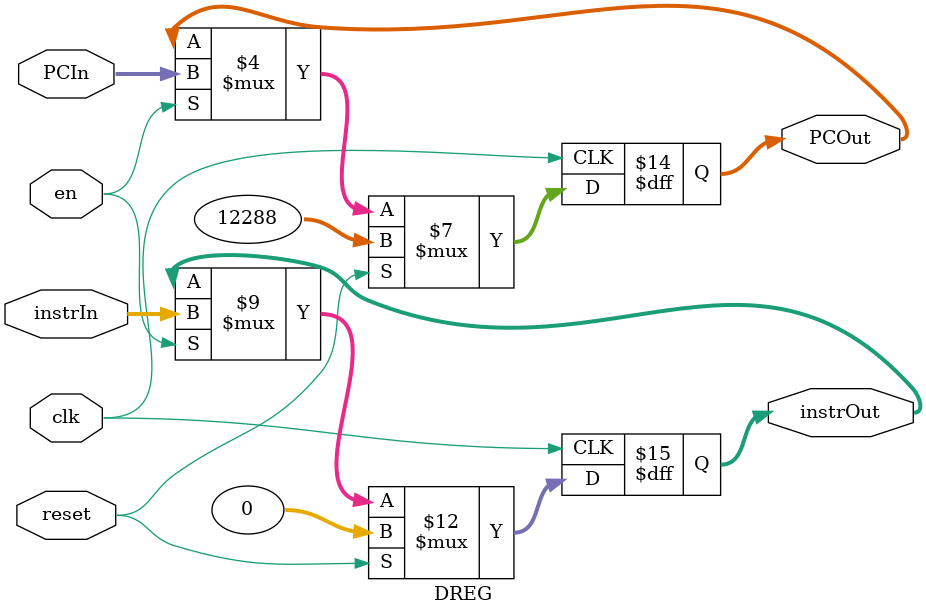
<source format=v>
`timescale 1ns / 1ps

module DREG
	(
		input clk,
		input reset,
		input en,
		input [31:0] instrIn,
		input [31:0] PCIn,
		output reg [31:0] instrOut,
		output reg [31:0] PCOut
	);
	
	initial begin
		instrOut <= 32'h0;
		PCOut <= 32'h0000_3000;
	end
	
	always @(posedge clk) begin
		if(reset)
			instrOut <= 32'h0;
		else if(en)
			instrOut <= instrIn;
	end
	
	always @(posedge clk) begin
		if(reset)
			PCOut <= 32'h0000_3000; //ÕâÀïÓÐÒÉÎÊ
		else if(en)
			PCOut <= PCIn;
	end
	
endmodule 
</source>
